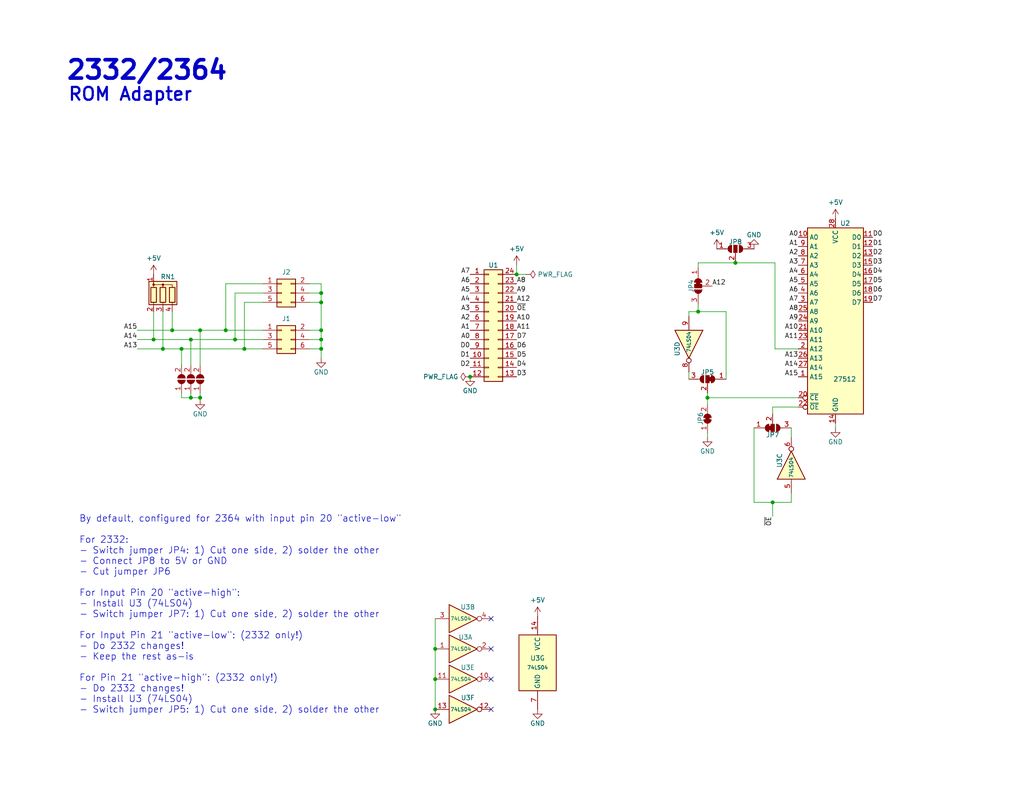
<source format=kicad_sch>
(kicad_sch (version 20231120) (generator "eeschema") (generator_version "8.0")
  (paper "USLetter")
  (title_block (title "2332/2364 - ROM Adapter") (date "2024-05-26") (rev "Rev 1.3") (company "RetroStack - Marcel Erz") (comment 2 "Works with all 28-pin 27xx (64-512)") (comment 4 "2332/2364 - ROM Adapter"))
  (lib_symbols
    (symbol "74xx:74LS04"
      (property "Reference" "U" (at 0 1.27 0))
      (property "Value" "74LS04" (at 0 -1.27 0))
      (symbol "74LS04_1_0"
        (polyline (pts (xy -3.81 3.81) (xy -3.81 -3.81) (xy 3.81 0) (xy -3.81 3.81)) (stroke (width 0.254)) (fill (type background)))
        (pin input line (at -7.62 0 0) (length 3.81) (name "~") (number "1"))
        (pin output inverted (at 7.62 0 180) (length 3.81) (name "~") (number "2"))
      )
      (symbol "74LS04_2_0"
        (polyline (pts (xy -3.81 3.81) (xy -3.81 -3.81) (xy 3.81 0) (xy -3.81 3.81)) (stroke (width 0.254)) (fill (type background)))
        (pin input line (at -7.62 0 0) (length 3.81) (name "~") (number "3"))
        (pin output inverted (at 7.62 0 180) (length 3.81) (name "~") (number "4"))
      )
      (symbol "74LS04_3_0"
        (polyline (pts (xy -3.81 3.81) (xy -3.81 -3.81) (xy 3.81 0) (xy -3.81 3.81)) (stroke (width 0.254)) (fill (type background)))
        (pin input line (at -7.62 0 0) (length 3.81) (name "~") (number "5"))
        (pin output inverted (at 7.62 0 180) (length 3.81) (name "~") (number "6"))
      )
      (symbol "74LS04_4_0"
        (polyline (pts (xy -3.81 3.81) (xy -3.81 -3.81) (xy 3.81 0) (xy -3.81 3.81)) (stroke (width 0.254)) (fill (type background)))
        (pin output inverted (at 7.62 0 180) (length 3.81) (name "~") (number "8"))
        (pin input line (at -7.62 0 0) (length 3.81) (name "~") (number "9"))
      )
      (symbol "74LS04_5_0"
        (polyline (pts (xy -3.81 3.81) (xy -3.81 -3.81) (xy 3.81 0) (xy -3.81 3.81)) (stroke (width 0.254)) (fill (type background)))
        (pin output inverted (at 7.62 0 180) (length 3.81) (name "~") (number "10"))
        (pin input line (at -7.62 0 0) (length 3.81) (name "~") (number "11"))
      )
      (symbol "74LS04_6_0"
        (polyline (pts (xy -3.81 3.81) (xy -3.81 -3.81) (xy 3.81 0) (xy -3.81 3.81)) (stroke (width 0.254)) (fill (type background)))
        (pin output inverted (at 7.62 0 180) (length 3.81) (name "~") (number "12"))
        (pin input line (at -7.62 0 0) (length 3.81) (name "~") (number "13"))
      )
      (symbol "74LS04_7_0"
        (pin power_in line (at 0 12.7 270) (length 5.08) (name "VCC") (number "14"))
        (pin power_in line (at 0 -12.7 90) (length 5.08) (name "GND") (number "7"))
      )
      (symbol "74LS04_7_1"
        (rectangle (start -5.08 7.62) (end 5.08 -7.62) (stroke (width 0.254)) (fill (type background)))
      )
    )
    (symbol "Connector_Generic:Conn_02x03_Odd_Even" (pin_names (offset 1.016) hide)
      (property "Reference" "J" (at 1.27 5.08 0))
      (property "Value" "Conn_02x03_Odd_Even" (at 1.27 -5.08 0))
      (symbol "Conn_02x03_Odd_Even_1_1"
        (rectangle (start -1.27 -2.413) (end 0 -2.667) (stroke (width 0.1524)))
        (rectangle (start -1.27 0.127) (end 0 -0.127) (stroke (width 0.1524)))
        (rectangle (start -1.27 2.667) (end 0 2.413) (stroke (width 0.1524)))
        (rectangle (start -1.27 3.81) (end 3.81 -3.81) (stroke (width 0.254)) (fill (type background)))
        (rectangle (start 3.81 -2.413) (end 2.54 -2.667) (stroke (width 0.1524)))
        (rectangle (start 3.81 0.127) (end 2.54 -0.127) (stroke (width 0.1524)))
        (rectangle (start 3.81 2.667) (end 2.54 2.413) (stroke (width 0.1524)))
        (pin passive line (at -5.08 2.54 0) (length 3.81) (name "Pin_1") (number "1"))
        (pin passive line (at 7.62 2.54 180) (length 3.81) (name "Pin_2") (number "2"))
        (pin passive line (at -5.08 0 0) (length 3.81) (name "Pin_3") (number "3"))
        (pin passive line (at 7.62 0 180) (length 3.81) (name "Pin_4") (number "4"))
        (pin passive line (at -5.08 -2.54 0) (length 3.81) (name "Pin_5") (number "5"))
        (pin passive line (at 7.62 -2.54 180) (length 3.81) (name "Pin_6") (number "6"))
      )
    )
    (symbol "Connector_Generic:Conn_02x12_Counter_Clockwise" (pin_names (offset 1.016) hide)
      (property "Reference" "J" (at 1.27 15.24 0))
      (property "Value" "Conn_02x12_Counter_Clockwise" (at 1.27 -17.78 0))
      (symbol "Conn_02x12_Counter_Clockwise_1_1"
        (rectangle (start -1.27 -15.113) (end 0 -15.367) (stroke (width 0.1524)))
        (rectangle (start -1.27 -12.573) (end 0 -12.827) (stroke (width 0.1524)))
        (rectangle (start -1.27 -10.033) (end 0 -10.287) (stroke (width 0.1524)))
        (rectangle (start -1.27 -7.493) (end 0 -7.747) (stroke (width 0.1524)))
        (rectangle (start -1.27 -4.953) (end 0 -5.207) (stroke (width 0.1524)))
        (rectangle (start -1.27 -2.413) (end 0 -2.667) (stroke (width 0.1524)))
        (rectangle (start -1.27 0.127) (end 0 -0.127) (stroke (width 0.1524)))
        (rectangle (start -1.27 2.667) (end 0 2.413) (stroke (width 0.1524)))
        (rectangle (start -1.27 5.207) (end 0 4.953) (stroke (width 0.1524)))
        (rectangle (start -1.27 7.747) (end 0 7.493) (stroke (width 0.1524)))
        (rectangle (start -1.27 10.287) (end 0 10.033) (stroke (width 0.1524)))
        (rectangle (start -1.27 12.827) (end 0 12.573) (stroke (width 0.1524)))
        (rectangle (start -1.27 13.97) (end 3.81 -16.51) (stroke (width 0.254)) (fill (type background)))
        (rectangle (start 3.81 -15.113) (end 2.54 -15.367) (stroke (width 0.1524)))
        (rectangle (start 3.81 -12.573) (end 2.54 -12.827) (stroke (width 0.1524)))
        (rectangle (start 3.81 -10.033) (end 2.54 -10.287) (stroke (width 0.1524)))
        (rectangle (start 3.81 -7.493) (end 2.54 -7.747) (stroke (width 0.1524)))
        (rectangle (start 3.81 -4.953) (end 2.54 -5.207) (stroke (width 0.1524)))
        (rectangle (start 3.81 -2.413) (end 2.54 -2.667) (stroke (width 0.1524)))
        (rectangle (start 3.81 0.127) (end 2.54 -0.127) (stroke (width 0.1524)))
        (rectangle (start 3.81 2.667) (end 2.54 2.413) (stroke (width 0.1524)))
        (rectangle (start 3.81 5.207) (end 2.54 4.953) (stroke (width 0.1524)))
        (rectangle (start 3.81 7.747) (end 2.54 7.493) (stroke (width 0.1524)))
        (rectangle (start 3.81 10.287) (end 2.54 10.033) (stroke (width 0.1524)))
        (rectangle (start 3.81 12.827) (end 2.54 12.573) (stroke (width 0.1524)))
        (pin passive line (at -5.08 12.7 0) (length 3.81) (name "Pin_1") (number "1"))
        (pin passive line (at -5.08 -10.16 0) (length 3.81) (name "Pin_10") (number "10"))
        (pin passive line (at -5.08 -12.7 0) (length 3.81) (name "Pin_11") (number "11"))
        (pin passive line (at -5.08 -15.24 0) (length 3.81) (name "Pin_12") (number "12"))
        (pin passive line (at 7.62 -15.24 180) (length 3.81) (name "Pin_13") (number "13"))
        (pin passive line (at 7.62 -12.7 180) (length 3.81) (name "Pin_14") (number "14"))
        (pin passive line (at 7.62 -10.16 180) (length 3.81) (name "Pin_15") (number "15"))
        (pin passive line (at 7.62 -7.62 180) (length 3.81) (name "Pin_16") (number "16"))
        (pin passive line (at 7.62 -5.08 180) (length 3.81) (name "Pin_17") (number "17"))
        (pin passive line (at 7.62 -2.54 180) (length 3.81) (name "Pin_18") (number "18"))
        (pin passive line (at 7.62 0 180) (length 3.81) (name "Pin_19") (number "19"))
        (pin passive line (at -5.08 10.16 0) (length 3.81) (name "Pin_2") (number "2"))
        (pin passive line (at 7.62 2.54 180) (length 3.81) (name "Pin_20") (number "20"))
        (pin passive line (at 7.62 5.08 180) (length 3.81) (name "Pin_21") (number "21"))
        (pin passive line (at 7.62 7.62 180) (length 3.81) (name "Pin_22") (number "22"))
        (pin passive line (at 7.62 10.16 180) (length 3.81) (name "Pin_23") (number "23"))
        (pin passive line (at 7.62 12.7 180) (length 3.81) (name "Pin_24") (number "24"))
        (pin passive line (at -5.08 7.62 0) (length 3.81) (name "Pin_3") (number "3"))
        (pin passive line (at -5.08 5.08 0) (length 3.81) (name "Pin_4") (number "4"))
        (pin passive line (at -5.08 2.54 0) (length 3.81) (name "Pin_5") (number "5"))
        (pin passive line (at -5.08 0 0) (length 3.81) (name "Pin_6") (number "6"))
        (pin passive line (at -5.08 -2.54 0) (length 3.81) (name "Pin_7") (number "7"))
        (pin passive line (at -5.08 -5.08 0) (length 3.81) (name "Pin_8") (number "8"))
        (pin passive line (at -5.08 -7.62 0) (length 3.81) (name "Pin_9") (number "9"))
      )
    )
    (symbol "Device:R_Network03" (pin_names (offset 0) hide)
      (property "Reference" "RN" (at -5.08 0 90))
      (property "Value" "R_Network03" (at 5.08 0 90))
      (symbol "R_Network03_0_1"
        (rectangle (start -3.81 -3.175) (end 3.81 3.175) (stroke (width 0.254)) (fill (type background)))
        (rectangle (start -3.302 1.524) (end -1.778 -2.54) (stroke (width 0.254)))
        (circle (center -2.54 2.286) (radius 0.254) (fill (type outline)))
        (rectangle (start -0.762 1.524) (end 0.762 -2.54) (stroke (width 0.254)))
        (polyline (pts (xy -2.54 -2.54) (xy -2.54 -3.81)))
        (polyline (pts (xy 0 -2.54) (xy 0 -3.81)))
        (polyline (pts (xy 2.54 -2.54) (xy 2.54 -3.81)))
        (polyline (pts (xy -2.54 1.524) (xy -2.54 2.286) (xy 0 2.286) (xy 0 1.524)))
        (polyline (pts (xy 0 1.524) (xy 0 2.286) (xy 2.54 2.286) (xy 2.54 1.524)))
        (circle (center 0 2.286) (radius 0.254) (fill (type outline)))
        (rectangle (start 1.778 1.524) (end 3.302 -2.54) (stroke (width 0.254)))
      )
      (symbol "R_Network03_1_1"
        (pin passive line (at -2.54 5.08 270) (length 2.54) (name "common") (number "1"))
        (pin passive line (at -2.54 -5.08 90) (length 1.27) (name "R1") (number "2"))
        (pin passive line (at 0 -5.08 90) (length 1.27) (name "R2") (number "3"))
        (pin passive line (at 2.54 -5.08 90) (length 1.27) (name "R3") (number "4"))
      )
    )
    (symbol "Jumper:SolderJumper_2_Bridged" (pin_names (offset 0) hide)
      (property "Reference" "JP" (at 0 2.032 0))
      (property "Value" "SolderJumper_2_Bridged" (at 0 -2.54 0))
      (symbol "SolderJumper_2_Bridged_0_1"
        (rectangle (start -0.508 0.508) (end 0.508 -0.508) (fill (type outline)))
        (arc (start -0.254 1.016) (mid -1.2656 0) (end -0.254 -1.016))
        (arc (start -0.254 1.016) (mid -1.2656 0) (end -0.254 -1.016) (fill (type outline)))
        (polyline (pts (xy -0.254 1.016) (xy -0.254 -1.016)))
        (polyline (pts (xy 0.254 1.016) (xy 0.254 -1.016)))
        (arc (start 0.254 -1.016) (mid 1.2656 0) (end 0.254 1.016))
        (arc (start 0.254 -1.016) (mid 1.2656 0) (end 0.254 1.016) (fill (type outline)))
      )
      (symbol "SolderJumper_2_Bridged_1_1"
        (pin passive line (at -3.81 0 0) (length 2.54) (name "A") (number "1"))
        (pin passive line (at 3.81 0 180) (length 2.54) (name "B") (number "2"))
      )
    )
    (symbol "Jumper:SolderJumper_2_Open" (pin_names (offset 0) hide)
      (property "Reference" "JP" (at 0 2.032 0))
      (property "Value" "SolderJumper_2_Open" (at 0 -2.54 0))
      (symbol "SolderJumper_2_Open_0_1"
        (arc (start -0.254 1.016) (mid -1.2656 0) (end -0.254 -1.016))
        (arc (start -0.254 1.016) (mid -1.2656 0) (end -0.254 -1.016) (fill (type outline)))
        (polyline (pts (xy -0.254 1.016) (xy -0.254 -1.016)))
        (polyline (pts (xy 0.254 1.016) (xy 0.254 -1.016)))
        (arc (start 0.254 -1.016) (mid 1.2656 0) (end 0.254 1.016))
        (arc (start 0.254 -1.016) (mid 1.2656 0) (end 0.254 1.016) (fill (type outline)))
      )
      (symbol "SolderJumper_2_Open_1_1"
        (pin passive line (at -3.81 0 0) (length 2.54) (name "A") (number "1"))
        (pin passive line (at 3.81 0 180) (length 2.54) (name "B") (number "2"))
      )
    )
    (symbol "Jumper:SolderJumper_3_Bridged12" (pin_names (offset 0) hide)
      (property "Reference" "JP" (at -2.54 -2.54 0))
      (property "Value" "SolderJumper_3_Bridged12" (at 0 2.794 0))
      (symbol "SolderJumper_3_Bridged12_0_1"
        (rectangle (start -1.016 0.508) (end -0.508 -0.508) (fill (type outline)))
        (arc (start -1.016 1.016) (mid -2.0276 0) (end -1.016 -1.016))
        (arc (start -1.016 1.016) (mid -2.0276 0) (end -1.016 -1.016) (fill (type outline)))
        (rectangle (start -0.508 1.016) (end 0.508 -1.016) (fill (type outline)))
        (polyline (pts (xy -2.54 0) (xy -2.032 0)))
        (polyline (pts (xy -1.016 1.016) (xy -1.016 -1.016)))
        (polyline (pts (xy 0 -1.27) (xy 0 -1.016)))
        (polyline (pts (xy 1.016 1.016) (xy 1.016 -1.016)))
        (polyline (pts (xy 2.54 0) (xy 2.032 0)))
        (arc (start 1.016 -1.016) (mid 2.0276 0) (end 1.016 1.016))
        (arc (start 1.016 -1.016) (mid 2.0276 0) (end 1.016 1.016) (fill (type outline)))
      )
      (symbol "SolderJumper_3_Bridged12_1_1"
        (pin passive line (at -5.08 0 0) (length 2.54) (name "A") (number "1"))
        (pin passive line (at 0 -3.81 90) (length 2.54) (name "C") (number "2"))
        (pin passive line (at 5.08 0 180) (length 2.54) (name "B") (number "3"))
      )
    )
    (symbol "Jumper:SolderJumper_3_Open" (pin_names (offset 0) hide)
      (property "Reference" "JP" (at -2.54 -2.54 0))
      (property "Value" "SolderJumper_3_Open" (at 0 2.794 0))
      (symbol "SolderJumper_3_Open_0_1"
        (arc (start -1.016 1.016) (mid -2.0276 0) (end -1.016 -1.016))
        (arc (start -1.016 1.016) (mid -2.0276 0) (end -1.016 -1.016) (fill (type outline)))
        (rectangle (start -0.508 1.016) (end 0.508 -1.016) (fill (type outline)))
        (polyline (pts (xy -2.54 0) (xy -2.032 0)))
        (polyline (pts (xy -1.016 1.016) (xy -1.016 -1.016)))
        (polyline (pts (xy 0 -1.27) (xy 0 -1.016)))
        (polyline (pts (xy 1.016 1.016) (xy 1.016 -1.016)))
        (polyline (pts (xy 2.54 0) (xy 2.032 0)))
        (arc (start 1.016 -1.016) (mid 2.0276 0) (end 1.016 1.016))
        (arc (start 1.016 -1.016) (mid 2.0276 0) (end 1.016 1.016) (fill (type outline)))
      )
      (symbol "SolderJumper_3_Open_1_1"
        (pin passive line (at -5.08 0 0) (length 2.54) (name "A") (number "1"))
        (pin passive line (at 0 -3.81 90) (length 2.54) (name "C") (number "2"))
        (pin passive line (at 5.08 0 180) (length 2.54) (name "B") (number "3"))
      )
    )
    (symbol "RetroStackLibrary:ROM_27512"
      (property "Reference" "U" (at 0 0 0))
      (property "Value" "ROM_27512" (at 0 0 0))
      (symbol "ROM_27512_1_1"
        (rectangle (start -7.62 -14.605) (end 7.62 -65.405) (stroke (width 0.254)) (fill (type background)))
        (pin input line (at -10.16 -55.245 0) (length 2.54) (name "A15") (number "1"))
        (pin input line (at -10.16 -17.145 0) (length 2.54) (name "A0") (number "10"))
        (pin tri_state line (at 10.16 -17.145 180) (length 2.54) (name "D0") (number "11"))
        (pin tri_state line (at 10.16 -19.685 180) (length 2.54) (name "D1") (number "12"))
        (pin tri_state line (at 10.16 -22.225 180) (length 2.54) (name "D2") (number "13"))
        (pin power_in line (at 0 -67.945 90) (length 2.54) (name "GND") (number "14"))
        (pin tri_state line (at 10.16 -24.765 180) (length 2.54) (name "D3") (number "15"))
        (pin tri_state line (at 10.16 -27.305 180) (length 2.54) (name "D4") (number "16"))
        (pin tri_state line (at 10.16 -29.845 180) (length 2.54) (name "D5") (number "17"))
        (pin tri_state line (at 10.16 -32.385 180) (length 2.54) (name "D6") (number "18"))
        (pin tri_state line (at 10.16 -34.925 180) (length 2.54) (name "D7") (number "19"))
        (pin input line (at -10.16 -47.625 0) (length 2.54) (name "A12") (number "2"))
        (pin input inverted (at -10.16 -60.96 0) (length 2.54) (name "~{CE}") (number "20"))
        (pin input line (at -10.16 -42.545 0) (length 2.54) (name "A10") (number "21"))
        (pin input inverted (at -10.16 -63.5 0) (length 2.54) (name "~{OE}") (number "22"))
        (pin input line (at -10.16 -45.085 0) (length 2.54) (name "A11") (number "23"))
        (pin input line (at -10.16 -40.005 0) (length 2.54) (name "A9") (number "24"))
        (pin input line (at -10.16 -37.465 0) (length 2.54) (name "A8") (number "25"))
        (pin input line (at -10.16 -50.165 0) (length 2.54) (name "A13") (number "26"))
        (pin input line (at -10.16 -52.705 0) (length 2.54) (name "A14") (number "27"))
        (pin power_in line (at 0 -12.065 270) (length 2.54) (name "VCC") (number "28"))
        (pin input line (at -10.16 -34.925 0) (length 2.54) (name "A7") (number "3"))
        (pin input line (at -10.16 -32.385 0) (length 2.54) (name "A6") (number "4"))
        (pin input line (at -10.16 -29.845 0) (length 2.54) (name "A5") (number "5"))
        (pin input line (at -10.16 -27.305 0) (length 2.54) (name "A4") (number "6"))
        (pin input line (at -10.16 -24.765 0) (length 2.54) (name "A3") (number "7"))
        (pin input line (at -10.16 -22.225 0) (length 2.54) (name "A2") (number "8"))
        (pin input line (at -10.16 -19.685 0) (length 2.54) (name "A1") (number "9"))
      )
    )
    (symbol "power:+5V" (power) (pin_names (offset 0))
      (property "Value" "+5V" (at 0 3.556 0))
      (symbol "+5V_0_1"
        (polyline (pts (xy -0.762 1.27) (xy 0 2.54)))
        (polyline (pts (xy 0 0) (xy 0 2.54)))
        (polyline (pts (xy 0 2.54) (xy 0.762 1.27)))
      )
      (symbol "+5V_1_1"
        (pin power_in line (at 0 0 90) (length 0) hide (name "+5V") (number "1"))
      )
    )
    (symbol "power:GND" (power) (pin_names (offset 0))
      (property "Value" "GND" (at 0 -3.81 0))
      (symbol "GND_0_1"
        (polyline (pts (xy 0 0) (xy 0 -1.27) (xy 1.27 -1.27) (xy 0 -2.54) (xy -1.27 -1.27) (xy 0 -1.27)))
      )
      (symbol "GND_1_1"
        (pin power_in line (at 0 0 270) (length 0) hide (name "GND") (number "1"))
      )
    )
    (symbol "power:PWR_FLAG" (power) (pin_numbers hide) (pin_names (offset 0) hide)
      (property "Value" "PWR_FLAG" (at 0 3.81 0))
      (symbol "PWR_FLAG_0_0"
        (pin power_out line (at 0 0 90) (length 0) (name "pwr") (number "1"))
      )
      (symbol "PWR_FLAG_0_1"
        (polyline (pts (xy 0 0) (xy 0 1.27) (xy -1.016 1.905) (xy 0 2.54) (xy 1.016 1.905) (xy 0 1.27)))
      )
    )
  )
  (junction (at 41.91 92.71))
  (junction (at 52.07 108.585))
  (junction (at 140.97 74.93))
  (junction (at 61.595 90.17))
  (junction (at 87.63 92.71))
  (junction (at 193.04 108.585))
  (junction (at 46.99 90.17))
  (junction (at 87.63 82.55))
  (junction (at 200.66 71.755))
  (junction (at 52.07 92.71))
  (junction (at 87.63 95.25))
  (junction (at 210.82 137.16))
  (junction (at 118.745 193.675))
  (junction (at 54.61 90.17))
  (junction (at 87.63 90.17))
  (junction (at 118.745 177.165))
  (junction (at 190.5 85.09))
  (junction (at 44.45 95.25))
  (junction (at 49.53 95.25))
  (junction (at 64.135 92.71))
  (junction (at 54.61 108.585))
  (junction (at 87.63 80.01))
  (junction (at 128.27 102.87))
  (junction (at 66.675 95.25))
  (junction (at 118.745 185.42))
  (no_connect (at 133.985 185.42))
  (no_connect (at 133.985 193.675))
  (no_connect (at 133.985 168.91))
  (no_connect (at 133.985 177.165))
  (wire (pts (xy 49.53 108.585) (xy 49.53 107.315)))
  (wire (pts (xy 190.5 83.185) (xy 190.5 85.09)))
  (wire (pts (xy 87.63 80.01) (xy 87.63 82.55)))
  (wire (pts (xy 210.82 113.03) (xy 210.82 111.125)))
  (wire (pts (xy 205.74 137.16) (xy 205.74 116.84)))
  (wire (pts (xy 44.45 85.09) (xy 44.45 95.25)))
  (wire (pts (xy 211.455 71.755) (xy 211.455 95.25)))
  (wire (pts (xy 84.455 77.47) (xy 87.63 77.47)))
  (wire (pts (xy 37.465 90.17) (xy 46.99 90.17)))
  (wire (pts (xy 84.455 90.17) (xy 87.63 90.17)))
  (wire (pts (xy 52.07 108.585) (xy 52.07 107.315)))
  (wire (pts (xy 49.53 108.585) (xy 52.07 108.585)))
  (wire (pts (xy 87.63 95.25) (xy 87.63 97.79)))
  (wire (pts (xy 44.45 95.25) (xy 49.53 95.25)))
  (wire (pts (xy 193.04 108.585) (xy 217.805 108.585)))
  (wire (pts (xy 210.82 140.97) (xy 210.82 137.16)))
  (wire (pts (xy 190.5 85.09) (xy 187.96 85.09)))
  (wire (pts (xy 37.465 92.71) (xy 41.91 92.71)))
  (wire (pts (xy 198.12 103.505) (xy 198.12 85.09)))
  (wire (pts (xy 87.63 92.71) (xy 84.455 92.71)))
  (wire (pts (xy 54.61 90.17) (xy 61.595 90.17)))
  (wire (pts (xy 61.595 77.47) (xy 61.595 90.17)))
  (wire (pts (xy 193.04 107.315) (xy 193.04 108.585)))
  (wire (pts (xy 49.53 95.25) (xy 66.675 95.25)))
  (wire (pts (xy 210.82 137.16) (xy 215.9 137.16)))
  (wire (pts (xy 190.5 71.755) (xy 190.5 73.025)))
  (wire (pts (xy 52.07 92.71) (xy 64.135 92.71)))
  (wire (pts (xy 140.97 74.93) (xy 143.51 74.93)))
  (wire (pts (xy 54.61 90.17) (xy 54.61 99.695)))
  (wire (pts (xy 118.745 177.165) (xy 118.745 185.42)))
  (wire (pts (xy 190.5 71.755) (xy 200.66 71.755)))
  (wire (pts (xy 118.745 168.91) (xy 118.745 177.165)))
  (wire (pts (xy 41.91 92.71) (xy 52.07 92.71)))
  (wire (pts (xy 71.755 77.47) (xy 61.595 77.47)))
  (wire (pts (xy 215.9 137.16) (xy 215.9 134.62)))
  (wire (pts (xy 64.135 80.01) (xy 64.135 92.71)))
  (wire (pts (xy 215.9 119.38) (xy 215.9 116.84)))
  (wire (pts (xy 187.96 85.09) (xy 187.96 86.36)))
  (wire (pts (xy 41.91 85.09) (xy 41.91 92.71)))
  (wire (pts (xy 118.745 185.42) (xy 118.745 193.675)))
  (wire (pts (xy 200.66 71.755) (xy 211.455 71.755)))
  (wire (pts (xy 140.97 72.39) (xy 140.97 74.93)))
  (wire (pts (xy 87.63 82.55) (xy 87.63 90.17)))
  (wire (pts (xy 210.82 111.125) (xy 217.805 111.125)))
  (wire (pts (xy 87.63 90.17) (xy 87.63 92.71)))
  (wire (pts (xy 54.61 108.585) (xy 54.61 109.22)))
  (wire (pts (xy 227.965 115.57) (xy 227.965 116.84)))
  (wire (pts (xy 84.455 95.25) (xy 87.63 95.25)))
  (wire (pts (xy 84.455 80.01) (xy 87.63 80.01)))
  (wire (pts (xy 87.63 77.47) (xy 87.63 80.01)))
  (wire (pts (xy 71.755 82.55) (xy 66.675 82.55)))
  (wire (pts (xy 46.99 85.09) (xy 46.99 90.17)))
  (wire (pts (xy 193.04 118.11) (xy 193.04 119.38)))
  (wire (pts (xy 46.99 90.17) (xy 54.61 90.17)))
  (wire (pts (xy 54.61 108.585) (xy 54.61 107.315)))
  (wire (pts (xy 84.455 82.55) (xy 87.63 82.55)))
  (wire (pts (xy 187.96 103.505) (xy 187.96 101.6)))
  (wire (pts (xy 87.63 95.25) (xy 87.63 92.71)))
  (wire (pts (xy 211.455 95.25) (xy 217.805 95.25)))
  (wire (pts (xy 37.465 95.25) (xy 44.45 95.25)))
  (wire (pts (xy 64.135 92.71) (xy 71.755 92.71)))
  (wire (pts (xy 49.53 95.25) (xy 49.53 99.695)))
  (wire (pts (xy 210.82 137.16) (xy 205.74 137.16)))
  (wire (pts (xy 66.675 95.25) (xy 71.755 95.25)))
  (wire (pts (xy 52.07 92.71) (xy 52.07 99.695)))
  (wire (pts (xy 61.595 90.17) (xy 71.755 90.17)))
  (wire (pts (xy 198.12 85.09) (xy 190.5 85.09)))
  (wire (pts (xy 66.675 82.55) (xy 66.675 95.25)))
  (wire (pts (xy 71.755 80.01) (xy 64.135 80.01)))
  (wire (pts (xy 52.07 108.585) (xy 54.61 108.585)))
  (wire (pts (xy 193.04 110.49) (xy 193.04 108.585)))
  (text "2332/2364" (at 17.78 22.225 0) (effects (font (size 5 5) (thickness 1) (bold yes)) (justify left bottom)))
  (text "ROM Adapter" (at 18.415 27.94 0) (effects (font (size 3.5 3.5) (thickness 0.6) (bold yes)) (justify left bottom)))
  (text "By default, configured for 2364 with input pin 20 \"active-low\"\n\nFor 2332:\n- Switch jumper JP4: 1) Cut one side, 2) solder the other\n- Connect JP8 to 5V or GND\n- Cut jumper JP6\n\nFor Input Pin 20 \"active-high\":\n- Install U3 (74LS04)\n- Switch jumper JP7: 1) Cut one side, 2) solder the other\n\nFor Input Pin 21 \"active-low\": (2332 only!)\n- Do 2332 changes!\n- Keep the rest as-is\n\nFor Pin 21 \"active-high\": (2332 only!)\n- Do 2332 changes!\n- Install U3 (74LS04)\n- Switch jumper JP5: 1) Cut one side, 2) solder the other" (at 21.59 194.945 0) (effects (font (size 1.8 1.8)) (justify left bottom)))
  (label "D6" (at 238.125 80.01 0))
  (label "D2" (at 128.27 100.33 180))
  (label "A9" (at 217.805 87.63 180))
  (label "A11" (at 217.805 92.71 180))
  (label "A14" (at 37.465 92.71 180))
  (label "A2" (at 217.805 69.85 180))
  (label "~{OE}" (at 210.82 140.97 270))
  (label "D0" (at 128.27 95.25 180))
  (label "A15" (at 37.465 90.17 180))
  (label "D2" (at 238.125 69.85 0))
  (label "A6" (at 128.27 77.47 180))
  (label "A12" (at 140.97 82.55 0))
  (label "A14" (at 217.805 100.33 180))
  (label "D7" (at 140.97 92.71 0))
  (label "A11" (at 140.97 90.17 0))
  (label "A0" (at 128.27 92.71 180))
  (label "A9" (at 140.97 80.01 0))
  (label "A10" (at 140.97 87.63 0))
  (label "A4" (at 217.805 74.93 180))
  (label "A1" (at 128.27 90.17 180))
  (label "A2" (at 128.27 87.63 180))
  (label "D4" (at 140.97 100.33 0))
  (label "A0" (at 217.805 64.77 180))
  (label "D1" (at 238.125 67.31 0))
  (label "D0" (at 238.125 64.77 0))
  (label "A13" (at 37.465 95.25 180))
  (label "A1" (at 217.805 67.31 180))
  (label "A12" (at 194.31 78.105 0))
  (label "A13" (at 217.805 97.79 180))
  (label "D7" (at 238.125 82.55 0))
  (label "A3" (at 128.27 85.09 180))
  (label "A7" (at 217.805 82.55 180))
  (label "A6" (at 217.805 80.01 180))
  (label "D3" (at 140.97 102.87 0))
  (label "A15" (at 217.805 102.87 180))
  (label "~{OE}" (at 140.97 85.09 0))
  (label "A4" (at 128.27 82.55 180))
  (label "A5" (at 128.27 80.01 180))
  (label "A3" (at 217.805 72.39 180))
  (label "A8" (at 217.805 85.09 180))
  (label "D5" (at 238.125 77.47 0))
  (label "A7" (at 128.27 74.93 180))
  (label "D6" (at 140.97 95.25 0))
  (label "D3" (at 238.125 72.39 0))
  (label "D4" (at 238.125 74.93 0))
  (label "D1" (at 128.27 97.79 180))
  (label "A10" (at 217.805 90.17 180))
  (label "A8" (at 140.97 77.47 0))
  (label "D5" (at 140.97 97.79 0))
  (label "A5" (at 217.805 77.47 180))
  (symbol (lib_id "Jumper:SolderJumper_2_Open") (at 49.53 103.505 90) (unit 1)
    (property "Reference" "JP1" (effects (hide yes)))
    (property "Value" "SolderJumper_2_Open" (effects (hide yes)))
    (property "Footprint" "RetroStackLibrary:SolderJumper_2_Open_RoundedPad" (effects (hide yes)))
  )
  (symbol (lib_id "Connector_Generic:Conn_02x12_Counter_Clockwise") (at 133.35 87.63 0) (unit 1)
    (property "Reference" "U1" (at 134.62 72.39 0))
    (property "Value" "Conn_02x12_Counter_Clockwise" (effects (hide yes)))
    (property "Footprint" "Package_DIP:DIP-24_W15.24mm" (effects (hide yes)))
  )
  (symbol (lib_id "power:GND") (at 227.965 116.84 0) (unit 1)
    (property "Reference" "#PWR014" (effects (hide yes)))
    (property "Value" "GND" (at 227.965 120.65 0))
  )
  (symbol (lib_id "74xx:74LS04") (at 187.96 93.98 270) (unit 4)
    (property "Reference" "U3" (at 184.785 95.25 0))
    (property "Value" "74LS04" (at 187.96 93.345 0) (effects (font (size 1 1))))
    (property "Footprint" "Package_SO:SOIC-14_3.9x8.7mm_P1.27mm" (effects (hide yes)))
    (property "Datasheet" "http://www.ti.com/lit/gpn/sn74LS04" (effects (hide yes)))
  )
  (symbol (lib_id "power:GND") (at 193.04 119.38 0) (unit 1)
    (property "Reference" "#PWR08" (effects (hide yes)))
    (property "Value" "GND" (at 193.04 123.19 0))
  )
  (symbol (lib_id "power:GND") (at 128.27 102.87 0) (unit 1)
    (property "Reference" "#PWR01" (effects (hide yes)))
    (property "Value" "GND" (at 128.27 106.68 0))
  )
  (symbol (lib_id "74xx:74LS04") (at 126.365 177.165 0) (unit 1)
    (property "Reference" "U3" (at 127 173.99 0))
    (property "Value" "74LS04" (at 125.73 177.165 0) (effects (font (size 1 1))))
    (property "Footprint" "Package_SO:SOIC-14_3.9x8.7mm_P1.27mm" (effects (hide yes)))
    (property "Datasheet" "http://www.ti.com/lit/gpn/sn74LS04" (effects (hide yes)))
  )
  (symbol (lib_id "Jumper:SolderJumper_2_Bridged") (at 193.04 114.3 90) (unit 1)
    (property "Reference" "JP6" (at 191.135 114.3 0))
    (property "Value" "SolderJumper_2_Bridged" (effects (hide yes)))
    (property "Footprint" "Jumper:SolderJumper-2_P1.3mm_Bridged_RoundedPad1.0x1.5mm" (effects (hide yes)))
  )
  (symbol (lib_id "power:GND") (at 205.74 67.945 180) (unit 1)
    (property "Reference" "#PWR011" (effects (hide yes)))
    (property "Value" "GND" (at 205.74 64.135 0))
  )
  (symbol (lib_id "74xx:74LS04") (at 215.9 127 90) (unit 3)
    (property "Reference" "U3" (at 212.725 125.73 0))
    (property "Value" "74LS04" (at 215.9 127.635 0) (effects (font (size 1 1))))
    (property "Footprint" "Package_SO:SOIC-14_3.9x8.7mm_P1.27mm" (effects (hide yes)))
    (property "Datasheet" "http://www.ti.com/lit/gpn/sn74LS04" (effects (hide yes)))
  )
  (symbol (lib_id "power:+5V") (at 41.91 74.93 0) (unit 1)
    (property "Reference" "#PWR07" (effects (hide yes)))
    (property "Value" "+5V" (at 41.91 70.485 0))
  )
  (symbol (lib_id "Jumper:SolderJumper_3_Bridged12") (at 193.04 103.505 0) (mirror y) (unit 1)
    (property "Reference" "JP5" (at 193.04 101.6 0))
    (property "Value" "Switch for 2332!" (effects (hide yes)))
    (property "Footprint" "Jumper:SolderJumper-3_P1.3mm_Bridged12_RoundedPad1.0x1.5mm_NumberLabels" (effects (hide yes)))
  )
  (symbol (lib_id "power:GND") (at 146.685 193.675 0) (unit 1)
    (property "Reference" "#PWR03" (effects (hide yes)))
    (property "Value" "GND" (at 146.685 197.485 0))
  )
  (symbol (lib_id "power:PWR_FLAG") (at 143.51 74.93 270) (unit 1)
    (property "Reference" "#FLG01" (effects (hide yes)))
    (property "Value" "PWR_FLAG" (at 146.685 74.93 90) (effects (justify left)))
  )
  (symbol (lib_id "74xx:74LS04") (at 126.365 168.91 0) (unit 2)
    (property "Reference" "U3" (at 127.635 165.735 0))
    (property "Value" "74LS04" (at 125.73 168.91 0) (effects (font (size 1 1))))
    (property "Footprint" "Package_SO:SOIC-14_3.9x8.7mm_P1.27mm" (effects (hide yes)))
    (property "Datasheet" "http://www.ti.com/lit/gpn/sn74LS04" (effects (hide yes)))
  )
  (symbol (lib_id "power:PWR_FLAG") (at 128.27 102.87 90) (unit 1)
    (property "Reference" "#FLG02" (effects (hide yes)))
    (property "Value" "PWR_FLAG" (at 125.095 102.87 90) (effects (justify left)))
  )
  (symbol (lib_id "Jumper:SolderJumper_3_Bridged12") (at 210.82 116.84 0) (mirror x) (unit 1)
    (property "Reference" "JP7" (at 210.82 118.745 0))
    (property "Value" "Switch for 2332!" (effects (hide yes)))
    (property "Footprint" "Jumper:SolderJumper-3_P1.3mm_Bridged12_RoundedPad1.0x1.5mm_NumberLabels" (effects (hide yes)))
  )
  (symbol (lib_id "74xx:74LS04") (at 126.365 193.675 0) (unit 6)
    (property "Reference" "U3" (at 127.635 190.5 0))
    (property "Value" "74LS04" (at 125.73 193.675 0) (effects (font (size 1 1))))
    (property "Footprint" "Package_SO:SOIC-14_3.9x8.7mm_P1.27mm" (effects (hide yes)))
    (property "Datasheet" "http://www.ti.com/lit/gpn/sn74LS04" (effects (hide yes)))
  )
  (symbol (lib_id "RetroStackLibrary:ROM_27512") (at 227.965 47.625 0) (unit 1)
    (property "Reference" "U2" (at 229.235 60.96 0) (effects (justify left)))
    (property "Value" "27512" (at 227.33 103.505 0) (effects (justify left)))
    (property "Footprint" "Package_DIP:DIP-28_W15.24mm" (effects (hide yes)))
  )
  (symbol (lib_id "power:GND") (at 118.745 193.675 0) (unit 1)
    (property "Reference" "#PWR05" (effects (hide yes)))
    (property "Value" "GND" (at 118.745 197.485 0))
  )
  (symbol (lib_id "74xx:74LS04") (at 126.365 185.42 0) (unit 5)
    (property "Reference" "U3" (at 127.635 182.245 0))
    (property "Value" "74LS04" (at 125.73 185.42 0) (effects (font (size 1 1))))
    (property "Footprint" "Package_SO:SOIC-14_3.9x8.7mm_P1.27mm" (effects (hide yes)))
    (property "Datasheet" "http://www.ti.com/lit/gpn/sn74LS04" (effects (hide yes)))
  )
  (symbol (lib_id "power:+5V") (at 195.58 67.945 0) (unit 1)
    (property "Reference" "#PWR09" (effects (hide yes)))
    (property "Value" "+5V" (at 195.58 63.5 0))
  )
  (symbol (lib_id "Connector_Generic:Conn_02x03_Odd_Even") (at 76.835 80.01 0) (unit 1)
    (property "Reference" "J2" (at 78.105 74.295 0))
    (property "Value" "Conn_02x03_Odd_Even" (effects (hide yes)))
    (property "Footprint" "Connector_PinHeader_2.54mm:PinHeader_2x03_P2.54mm_Vertical" (effects (hide yes)))
  )
  (symbol (lib_id "Jumper:SolderJumper_2_Open") (at 54.61 103.505 90) (unit 1)
    (property "Reference" "JP3" (effects (hide yes)))
    (property "Value" "SolderJumper_2_Open" (effects (hide yes)))
    (property "Footprint" "RetroStackLibrary:SolderJumper_2_Open_RoundedPad" (effects (hide yes)))
  )
  (symbol (lib_id "Jumper:SolderJumper_3_Open") (at 200.66 67.945 0) (unit 1)
    (property "Reference" "JP8" (at 200.66 66.04 0))
    (property "Value" "SolderJumper_3_Open" (effects (hide yes)))
    (property "Footprint" "Jumper:SolderJumper-3_P1.3mm_Open_RoundedPad1.0x1.5mm_NumberLabels" (effects (hide yes)))
  )
  (symbol (lib_id "Device:R_Network03") (at 44.45 80.01 0) (unit 1)
    (property "Reference" "RN1" (at 43.815 75.565 0) (effects (justify left)))
    (property "Value" "R_Network03" (effects (hide yes)))
    (property "Footprint" "Resistor_THT:R_Array_SIP4" (effects (hide yes)))
    (property "Datasheet" "http://www.vishay.com/docs/31509/csc.pdf" (effects (hide yes)))
  )
  (symbol (lib_id "power:GND") (at 87.63 97.79 0) (unit 1)
    (property "Reference" "#PWR016" (effects (hide yes)))
    (property "Value" "GND" (at 87.63 101.6 0))
  )
  (symbol (lib_id "power:+5V") (at 227.965 59.69 0) (unit 1)
    (property "Reference" "#PWR010" (effects (hide yes)))
    (property "Value" "+5V" (at 227.965 55.245 0))
  )
  (symbol (lib_id "74xx:74LS04") (at 146.685 180.975 0) (unit 7)
    (property "Reference" "U3" (at 146.685 179.705 0))
    (property "Value" "74LS04" (at 146.685 182.245 0) (effects (font (size 1 1))))
    (property "Footprint" "Package_SO:SOIC-14_3.9x8.7mm_P1.27mm" (effects (hide yes)))
    (property "Datasheet" "http://www.ti.com/lit/gpn/sn74LS04" (effects (hide yes)))
  )
  (symbol (lib_id "Jumper:SolderJumper_3_Bridged12") (at 190.5 78.105 90) (mirror x) (unit 1)
    (property "Reference" "JP4" (at 188.595 78.105 0))
    (property "Value" "Switch for 2332!" (effects (hide yes)))
    (property "Footprint" "Jumper:SolderJumper-3_P1.3mm_Bridged12_RoundedPad1.0x1.5mm_NumberLabels" (effects (hide yes)))
  )
  (symbol (lib_id "power:+5V") (at 146.685 168.275 0) (unit 1)
    (property "Reference" "#PWR04" (effects (hide yes)))
    (property "Value" "+5V" (at 146.685 163.83 0))
  )
  (symbol (lib_id "Jumper:SolderJumper_2_Open") (at 52.07 103.505 90) (unit 1)
    (property "Reference" "JP2" (effects (hide yes)))
    (property "Value" "SolderJumper_2_Open" (effects (hide yes)))
    (property "Footprint" "RetroStackLibrary:SolderJumper_2_Open_RoundedPad" (effects (hide yes)))
  )
  (symbol (lib_id "power:+5V") (at 140.97 72.39 0) (unit 1)
    (property "Reference" "#PWR02" (effects (hide yes)))
    (property "Value" "+5V" (at 140.97 67.945 0))
  )
  (symbol (lib_id "Connector_Generic:Conn_02x03_Odd_Even") (at 76.835 92.71 0) (unit 1)
    (property "Reference" "J1" (at 78.105 86.995 0))
    (property "Value" "Conn_02x03_Odd_Even" (effects (hide yes)))
    (property "Footprint" "RetroStackLibrary:DIPJumper_3" (effects (hide yes)))
  )
  (symbol (lib_id "power:GND") (at 54.61 109.22 0) (unit 1)
    (property "Reference" "#PWR06" (effects (hide yes)))
    (property "Value" "GND" (at 54.61 113.03 0))
  )
)
</source>
